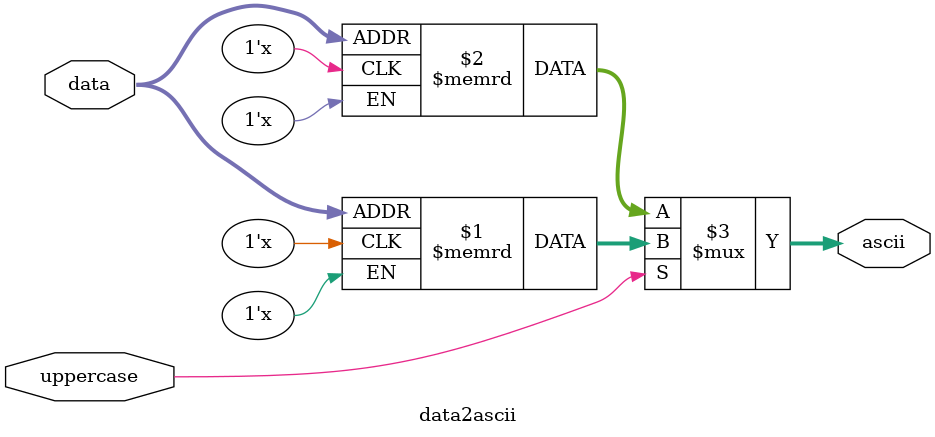
<source format=v>
module data2ascii(
	input [7:0] data,
	input uppercase,
	output [7:0] ascii
);

(* ram_init_file = "scancode.mif" *) reg [7:0] myrom1[255:0];
(* ram_init_file = "capscode.mif" *) reg [7:0] myrom2[255:0];
assign ascii = uppercase ? myrom2[data] : myrom1[data];

endmodule

</source>
